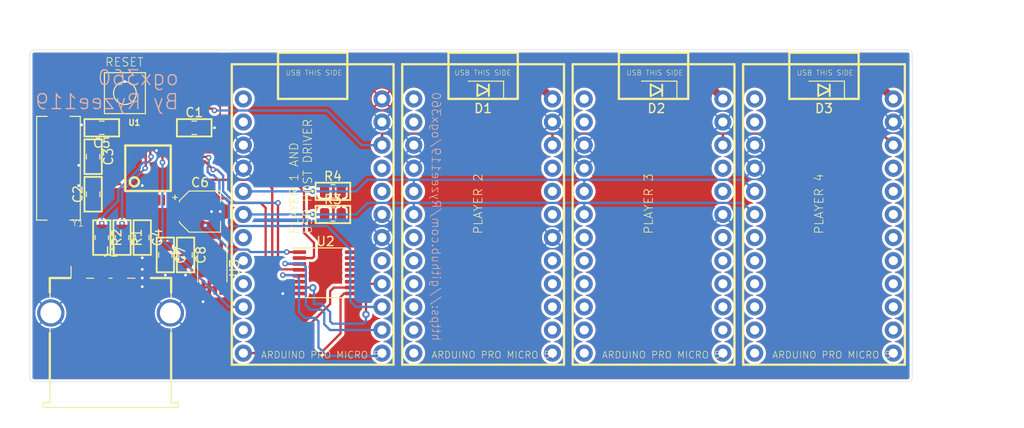
<source format=kicad_pcb>
(kicad_pcb (version 20211014) (generator pcbnew)
  (layers (0 "F.Cu" signal) (31 "B.Cu" signal) (34 "B.Paste" user) (35 "F.Paste" user) (36 "B.SilkS" user "B.Silkscreen") (37 "F.SilkS" user "F.Silkscreen") (38 "B.Mask" user) (39 "F.Mask" user) (44 "Edge.Cuts" user))
  (net 0 "")
  (net 1 "+3V3")
  (net 2 "GND")
  (net 3 "/VBCOMP")
  (net 4 "Net-(C2-Pad1)")
  (net 5 "Net-(C3-Pad1)")
  (net 6 "+5V")
  (net 7 "Net-(R1-Pad1)")
  (net 8 "Net-(R2-Pad1)")
  (net 9 "/I2C_SCL")
  (net 10 "/I2C_SDA")
  (net 11 "/RESET")
  (net 12 "/MAX_MOSI")
  (net 13 "/MAX_SS")
  (net 14 "/MAX_SCK")
  (net 15 "/MAX_MISO")
  (net 25 "/MAX_RES")
  (net 27 "/MAX_INT")
  (net 35 "/AT_MOSI")
  (net 36 "/AT_SS")
  (net 37 "/AT_SCK")
  (net 38 "/AT_RES")
  (net 102 "Net-(J1-Pad2)")
  (net 103 "Net-(J1-Pad3)")
  (net 104 "Net-(D1-Pad1)")
  (net 105 "Net-(D2-Pad1)")
  (net 106 "Net-(D3-Pad1)")
  (footprint "Capacitor_SMD:CP_Elec_4x5.3" (layer "F.Cu") (at 117.7161 104.2737)
    (fp_text reference "C6")
    (fp_text value "10u")
  )
  (footprint "SnapEDA:TQFP32-5MM" (layer "F.Cu") (at 112.0011 99.5112 90)
    (fp_text reference "U1")
    (fp_text value "MAX3421ETQFP32-5MM")
  )
  (footprint "Resistor_SMD:R_0805_2012Metric" (layer "F.Cu") (at 132.3211 104.5912)
    (fp_text reference "R3")
    (fp_text value "2k")
  )
  (footprint "Diode_SMD:D_SOD-123" (layer "F.Cu") (at 167.8811 90.9387 180)
    (fp_text reference "D2")
    (fp_text value "PMEG3005EH,115")
  )
  (footprint "ogx360:ARDUINO_LEONARDO_MICRO" (layer "F.Cu") (at 177.4061 121.1012)
    (fp_text reference "U7" hide)
    (fp_text value "ARDUINO_LEONARDO_MICRO" hide)
  )
  (footprint "Capacitor_SMD:C_0805_2012Metric" (layer "F.Cu") (at 105.9686 102.3687 90)
    (fp_text reference "C2")
    (fp_text value "16p")
  )
  (footprint "Connector_USB:USB_A_TE_292303-7_Horizontal" (layer "F.Cu") (at 107.889 118.1166)
    (fp_text reference "J1")
    (fp_text value "USB_A_SMT_FEMALE_NS")
  )
  (footprint "Capacitor_SMD:C_0805_2012Metric" (layer "F.Cu") (at 106.9211 95.0662 180)
    (fp_text reference "C5")
    (fp_text value "100n")
  )
  (footprint "Resistor_SMD:R_0805_2012Metric" (layer "F.Cu") (at 132.3211 102.0512)
    (fp_text reference "R4")
    (fp_text value "2k")
  )
  (footprint "Package_SO:MSOP-8_3x3mm_P0.65mm" (layer "F.Cu") (at 119.065 110.4966 -90)
    (fp_text reference "U3")
    (fp_text value "MIC5219-3.3YMM" hide)
  )
  (footprint "Diode_SMD:D_SOD-123" (layer "F.Cu") (at 186.2961 90.9387 180)
    (fp_text reference "D3")
    (fp_text value "PMEG3005EH,115")
  )
  (footprint "Capacitor_SMD:C_0805_2012Metric" (layer "F.Cu") (at 105.9686 98.2412 -90)
    (fp_text reference "C3")
    (fp_text value "16p")
  )
  (footprint "Capacitor_SMD:C_0805_2012Metric" (layer "F.Cu") (at 116.1286 109.0362 -90)
    (fp_text reference "C8")
    (fp_text value "100n")
  )
  (footprint "Capacitor_SMD:C_0805_2012Metric" (layer "F.Cu") (at 113.9061 109.0362 -90)
    (fp_text reference "C7")
    (fp_text value "100n")
  )
  (footprint "Capacitor_SMD:C_0805_2012Metric" (layer "F.Cu") (at 111.3661 107.1312 -90)
    (fp_text reference "C4")
    (fp_text value "100n")
  )
  (footprint "ogx360:TL3305AF160QG" (layer "F.Cu") (at 109.4611 91.2562)
    (fp_text reference "SW1" hide)
    (fp_text value "TL3305AF160QG")
  )
  (footprint "ogx360:ARDUINO_LEONARDO_MICRO" (layer "F.Cu") (at 139.9411 121.1012)
    (fp_text reference "U5" hide)
    (fp_text value "ARDUINO_LEONARDO_MICRO" hide)
  )
  (footprint "Resistor_SMD:R_0805_2012Metric" (layer "F.Cu") (at 109.1436 107.1312 -90)
    (fp_text reference "R1")
    (fp_text value "33R")
  )
  (footprint "ogx360:ARDUINO_LEONARDO_MICRO" (layer "F.Cu") (at 158.6736 121.1012)
    (fp_text reference "U6" hide)
    (fp_text value "ARDUINO_LEONARDO_MICRO" hide)
  )
  (footprint "Diode_SMD:D_SOD-123" (layer "F.Cu") (at 148.8311 90.9387 180)
    (fp_text reference "D1")
    (fp_text value "PMEG3005EH,115")
  )
  (footprint "ogx360:XTAL_ECS-250-18-5PX-JEM-TR" (layer "F.Cu") (at 102.1586 99.5112 90)
    (fp_text reference "Y1")
    (fp_text value "12MHz")
  )
  (footprint "Package_SO:TSSOP-16_4.4x5mm_P0.65mm" (layer "F.Cu") (at 131.511 111.0046)
    (fp_text reference "U2")
    (fp_text value "74HC4050PW,118")
  )
  (footprint "ogx360:ARDUINO_LEONARDO_MICRO" (layer "F.Cu") (at 121.2086 121.1012)
    (fp_text reference "U4" hide)
    (fp_text value "ARDUINO_LEONARDO_MICRO" hide)
  )
  (footprint "Capacitor_SMD:C_0805_2012Metric" (layer "F.Cu") (at 117.0811 95.0662)
    (fp_text reference "C1")
    (fp_text value "100n")
  )
  (footprint "Resistor_SMD:R_0805_2012Metric" (layer "F.Cu") (at 106.9211 107.1312 -90)
    (fp_text reference "R2")
    (fp_text value "33R")
  )
  (gr_line (start 185.6611 91.5737) (end 186.9311 90.9387) (layer "F.SilkS") (width 0.2))
  (gr_line (start 105.0161 94.1137) (end 108.8261 94.1137) (layer "F.SilkS") (width 0.2))
  (gr_line (start 118.9861 96.0187) (end 115.1761 96.0187) (layer "F.SilkS") (width 0.2))
  (gr_line (start 118.9861 94.1137) (end 118.9861 96.0187) (layer "F.SilkS") (width 0.2))
  (gr_line (start 106.9211 96.3362) (end 106.9211 100.1462) (layer "F.SilkS") (width 0.2))
  (gr_line (start 112.9536 110.9412) (end 112.9536 107.1312) (layer "F.SilkS") (width 0.2))
  (gr_line (start 105.9686 105.2262) (end 107.8736 105.2262) (layer "F.SilkS") (width 0.2))
  (gr_line (start 149.4661 90.9387) (end 148.1961 90.3037) (layer "F.SilkS") (width 0.2))
  (gr_line (start 108.8261 94.1137) (end 108.8261 96.0187) (layer "F.SilkS") (width 0.2))
  (gr_line (start 112.9536 107.1312) (end 114.8586 107.1312) (layer "F.SilkS") (width 0.2))
  (gr_line (start 110.4136 105.2262) (end 112.3186 105.2262) (layer "F.SilkS") (width 0.2))
  (gr_line (start 130.4161 103.0037) (end 130.4161 101.0987) (layer "F.SilkS") (width 0.2))
  (gr_line (start 106.9211 100.4637) (end 106.9211 104.2737) (layer "F.SilkS") (width 0.2))
  (gr_line (start 114.8586 107.1312) (end 114.8586 110.9412) (layer "F.SilkS") (width 0.2))
  (gr_line (start 168.5161 90.9387) (end 167.2461 90.3037) (layer "F.SilkS") (width 0.2))
  (gr_line (start 149.4661 90.3037) (end 149.4661 91.5737) (layer "F.SilkS") (width 0.2))
  (gr_line (start 110.0961 109.0362) (end 108.1911 109.0362) (layer "F.SilkS") (width 0.2))
  (gr_line (start 105.0161 100.1462) (end 105.0161 96.3362) (layer "F.SilkS") (width 0.2))
  (gr_line (start 101.2061 113.1637) (end 101.2061 111.5762) (layer "F.SilkS") (width 0.254))
  (gr_line (start 112.3186 105.2262) (end 112.3186 109.0362) (layer "F.SilkS") (width 0.2))
  (gr_line (start 112.3186 109.0362) (end 110.4136 109.0362) (layer "F.SilkS") (width 0.2))
  (gr_line (start 117.0811 107.1312) (end 117.0811 110.9412) (layer "F.SilkS") (width 0.2))
  (gr_line (start 115.1761 94.1137) (end 118.9861 94.1137) (layer "F.SilkS") (width 0.2))
  (gr_line (start 107.8736 109.0362) (end 105.9686 109.0362) (layer "F.SilkS") (width 0.2))
  (gr_line (start 105.9686 109.0362) (end 105.9686 105.2262) (layer "F.SilkS") (width 0.2))
  (gr_line (start 130.4161 101.0987) (end 134.2261 101.0987) (layer "F.SilkS") (width 0.2))
  (gr_line (start 114.5411 122.6887) (end 114.5411 117.6087) (layer "F.SilkS") (width 0.254))
  (gr_line (start 105.0161 96.0187) (end 105.0161 94.1137) (layer "F.SilkS") (width 0.2))
  (gr_line (start 167.2461 91.5737) (end 168.5161 90.9387) (layer "F.SilkS") (width 0.2))
  (gr_line (start 185.6611 90.3037) (end 185.6611 91.5737) (layer "F.SilkS") (width 0.2))
  (gr_line (start 186.9311 90.9387) (end 185.6611 90.3037) (layer "F.SilkS") (width 0.2))
  (gr_line (start 134.2261 101.0987) (end 134.2261 103.0037) (layer "F.SilkS") (width 0.2))
  (gr_line (start 105.0161 100.4637) (end 106.9211 100.4637) (layer "F.SilkS") (width 0.2))
  (gr_line (start 148.1961 90.3037) (end 148.1961 91.5737) (layer "F.SilkS") (width 0.2))
  (gr_line (start 134.2261 105.5437) (end 130.4161 105.5437) (layer "F.SilkS") (width 0.2))
  (gr_line (start 110.4136 109.0362) (end 110.4136 105.2262) (layer "F.SilkS") (width 0.2))
  (gr_line (start 106.9211 100.1462) (end 105.0161 100.1462) (layer "F.SilkS") (width 0.2))
  (gr_line (start 110.0961 105.2262) (end 110.0961 109.0362) (layer "F.SilkS") (width 0.2))
  (gr_line (start 115.1761 107.1312) (end 117.0811 107.1312) (layer "F.SilkS") (width 0.2))
  (gr_line (start 168.5161 90.3037) (end 168.5161 91.5737) (layer "F.SilkS") (width 0.2))
  (gr_line (start 108.8261 96.0187) (end 105.0161 96.0187) (layer "F.SilkS") (width 0.2))
  (gr_line (start 114.5411 111.5762) (end 114.5411 113.1637) (layer "F.SilkS") (width 0.254))
  (gr_line (start 114.8586 110.9412) (end 112.9536 110.9412) (layer "F.SilkS") (width 0.2))
  (gr_line (start 134.2261 103.0037) (end 130.4161 103.0037) (layer "F.SilkS") (width 0.2))
  (gr_line (start 101.2061 111.5762) (end 103.4286 111.5762) (layer "F.SilkS") (width 0.254))
  (gr_line (start 130.4161 105.5437) (end 130.4161 103.6387) (layer "F.SilkS") (width 0.2))
  (gr_line (start 108.1911 105.2262) (end 110.0961 105.2262) (layer "F.SilkS") (width 0.2))
  (gr_line (start 101.2061 122.6887) (end 101.2061 117.6087) (layer "F.SilkS") (width 0.254))
  (gr_line (start 115.1761 110.9412) (end 115.1761 107.1312) (layer "F.SilkS") (width 0.2))
  (gr_line (start 105.0161 96.3362) (end 106.9211 96.3362) (layer "F.SilkS") (width 0.2))
  (gr_line (start 107.8736 105.2262) (end 107.8736 109.0362) (layer "F.SilkS") (width 0.2))
  (gr_line (start 130.4161 103.6387) (end 134.2261 103.6387) (layer "F.SilkS") (width 0.2))
  (gr_line (start 186.9311 90.3037) (end 186.9311 91.5737) (layer "F.SilkS") (width 0.2))
  (gr_line (start 108.1911 109.0362) (end 108.1911 105.2262) (layer "F.SilkS") (width 0.2))
  (gr_line (start 115.1761 96.0187) (end 115.1761 94.1137) (layer "F.SilkS") (width 0.2))
  (gr_line (start 148.1961 91.5737) (end 149.4661 90.9387) (layer "F.SilkS") (width 0.2))
  (gr_line (start 117.0811 110.9412) (end 115.1761 110.9412) (layer "F.SilkS") (width 0.2))
  (gr_line (start 112.3186 111.5762) (end 114.5411 111.5762) (layer "F.SilkS") (width 0.254))
  (gr_line (start 167.2461 90.3037) (end 167.2461 91.5737) (layer "F.SilkS") (width 0.2))
  (gr_line (start 106.9211 104.2737) (end 105.0161 104.2737) (layer "F.SilkS") (width 0.2))
  (gr_line (start 105.0161 104.2737) (end 105.0161 100.4637) (layer "F.SilkS") (width 0.2))
  (gr_line (start 134.2261 103.6387) (end 134.2261 105.5437) (layer "F.SilkS") (width 0.2))
  (gr_line (start 195.5 123) (end 99.5 123) (layer "Edge.Cuts") (width 0.05))
  (gr_line (start 99.5 86.5) (end 195.5 86.5) (layer "Edge.Cuts") (width 0.05))
  (gr_arc (start 99.5 123) (mid 99.146447 122.853553) (end 99 122.5) (layer "Edge.Cuts") (width 0.05))
  (gr_line (start 196 87) (end 196 122.5) (layer "Edge.Cuts") (width 0.05))
  (gr_line (start 99 122.5) (end 99 87) (layer "Edge.Cuts") (width 0.05))
  (gr_arc (start 196 122.5) (mid 195.853553 122.853553) (end 195.5 123) (layer "Edge.Cuts") (width 0.05))
  (gr_arc (start 99 87) (mid 99.146447 86.646447) (end 99.5 86.5) (layer "Edge.Cuts") (width 0.05))
  (gr_arc (start 195.5 86.5) (mid 195.853553 86.646447) (end 196 87) (layer "Edge.Cuts") (width 0.05))
  (gr_text "ogx360\nBy Ryzee119" (at 115.4936 93.1612) (layer "B.SilkS") (effects (font (size 1.63576 1.63576) (thickness 0.14224)) (justify left bottom mirror)))
  (gr_text "https://github.com/Ryzee119/ogx360" (at 143.1161 118.5612 -90) (layer "B.SilkS") (effects (font (size 0.93472 0.93472) (thickness 0.08128)) (justify left bottom mirror)))
  (gr_text "USB THIS SIDE" (at 183.27985 89.3512) (layer "F.SilkS") (effects (font (size 0.560832 0.560832) (thickness 0.048768)) (justify left bottom)))
  (gr_text "PLAYER 3" (at 167.5636 106.8137 90) (layer "F.SilkS") (effects (font (size 0.93472 0.93472) (thickness 0.08128)) (justify left bottom)))
  (gr_text "PLAYER 4" (at 186.2961 106.8137 90) (layer "F.SilkS") (effects (font (size 0.93472 0.93472) (thickness 0.08128)) (justify left bottom)))
  (gr_text "USB THIS SIDE" (at 127.08235 89.3512) (layer "F.SilkS") (effects (font (size 0.560832 0.560832) (thickness 0.048768)) (justify left bottom)))
  (gr_text "PLAYER 2" (at 148.8311 106.8137 90) (layer "F.SilkS") (effects (font (size 0.93472 0.93472) (thickness 0.08128)) (justify left bottom)))
  (gr_text "RESET" (at 107.2386 88.3987) (layer "F.SilkS") (effects (font (size 0.93472 0.93472) (thickness 0.08128)) (justify left bottom)))
  (gr_text "USB THIS SIDE" (at 164.54735 89.3512) (layer "F.SilkS") (effects (font (size 0.560832 0.560832) (thickness 0.048768)) (justify left bottom)))
  (gr_text "PLAYER 1 AND\nUSB HOST DRIVER" (at 130.0986 106.8137 90) (layer "F.SilkS") (effects (font (size 0.93472 0.93472) (thickness 0.08128)) (justify left bottom)))
  (gr_text "USB THIS SIDE" (at 145.6561 89.3512) (layer "F.SilkS") (effects (font (size 0.560832 0.560832) (thickness 0.048768)) (justify left bottom)))
  (segment (start 110.7511 103.007) (end 110.7511 104.2937) (width 0.254) (layer "F.Cu") (net 1))
  (segment (start 109.1436 94.7487) (end 109.1436 95.0662) (width 0.254) (layer "F.Cu") (net 1))
  (segment (start 110.7511 104.2937) (end 111.3661 104.9087) (width 0.254) (layer "F.Cu") (net 1))
  (segment (start 109.7786 94.1137) (end 109.1436 94.7487) (width 0.254) (layer "F.Cu") (net 1))
  (segment (start 109.1436 95.0662) (end 107.8711 95.0662) (width 0.254) (layer "F.Cu") (net 1))
  (segment (start 128.6485 108.7296) (end 127.252 108.7296) (width 0.25) (layer "F.Cu") (net 1))
  (segment (start 110.7311 95.9954) (end 110.7311 94.1137) (width 0.254) (layer "F.Cu") (net 1))
  (segment (start 110.7511 96.0154) (end 110.7311 95.9954) (width 0.254) (layer "F.Cu") (net 1))
  (segment (start 111.3661 104.9087) (end 111.3661 106.1812) (width 0.254) (layer "F.Cu") (net 1))
  (segment (start 110.7511 96.0154) (end 110.7511 103.007) (width 0.254) (layer "F.Cu") (net 1))
  (segment (start 127.252 108.7296) (end 127.2411 108.7187) (width 0.25) (layer "F.Cu") (net 1))
  (segment (start 110.7311 94.1137) (end 109.7786 94.1137) (width 0.254) (layer "F.Cu") (net 1))
  (via (at 118.303 105.7976) (size 0.6096) (drill 0.3048) (layers "F.Cu" "B.Cu") (net 1))
  (via (at 127.2411 108.7187) (size 0.6096) (drill 0.3048) (layers "F.Cu" "B.Cu") (net 1))
  (segment (start 120.9572 108.4518) (end 122.983693 108.4518) (width 0.254) (layer "B.Cu") (net 1))
  (segment (start 122.983693 108.4518) (end 123.250593 108.7187) (width 0.254) (layer "B.Cu") (net 1))
  (segment (start 118.303 105.7976) (end 120.9572 108.4518) (width 0.254) (layer "B.Cu") (net 1))
  (segment (start 123.250593 108.7187) (end 127.2411 108.7187) (width 0.254) (layer "B.Cu") (net 1))
  (segment (start 118.09 112.6091) (end 118.09 114.1386) (width 0.25) (layer "F.Cu") (net 2))
  (segment (start 118.0311 95.0662) (end 119.3036 95.0662) (width 0.254) (layer "F.Cu") (net 2))
  (segment (start 126.812 113.2906) (end 128.6375 113.2906) (width 0.25) (layer "F.Cu") (net 2))
  (segment (start 105.8611 89.5562) (end 109.0311 89.5562) (width 0.254) (layer "F.Cu") (net 2))
  (segment (start 105.9686 99.1912) (end 104.3836 99.1912) (width 0.254) (layer "F.Cu") (net 2))
  (segment (start 105.9711 95.0662) (end 105.0161 95.0662) (width 0.254) (layer "F.Cu") (net 2))
  (segment (start 118.74 112.6091) (end 118.09 112.6091) (width 0.25) (layer "F.Cu") (net 2))
  (segment (start 111.2511 103.007) (end 111.2511 101.5312) (width 0.254) (layer "F.Cu") (net 2))
  (segment (start 109.8911 89.5562) (end 113.0611 89.5562) (width 0.254) (layer "F.Cu") (net 2))
  (segment (start 109.4611 89.9862) (end 109.8911 89.5562) (width 0.254) (layer "F.Cu") (net 2))
  (segment (start 112.7511 97.392009) (end 112.7511 96.0154) (width 0.254) (layer "F.Cu") (net 2))
  (segment (start 111.3661 108.0812) (end 111.3661 109.3537) (width 0.254) (layer "F.Cu") (net 2))
  (segment (start 120.04 112.6091) (end 119.39 112.6091) (width 0.25) (layer "F.Cu") (net 2))
  (segment (start 118.09 114.1386) (end 118.049 114.1796) (width 0.25) (layer "F.Cu") (net 2))
  (segment (start 109.0311 89.5562) (end 109.4611 89.9862) (width 0.254) (layer "F.Cu") (net 2))
  (segment (start 105.9686 101.4187) (end 104.3836 101.4187) (width 0.254) (layer "F.Cu") (net 2))
  (segment (start 113.9061 109.9862) (end 113.9061 111.2587) (width 0.254) (layer "F.Cu") (net 2))
  (segment (start 105.0161 95.0662) (end 104.6986 94.7487) (width 0.254) (layer "F.Cu") (net 2))
  (segment (start 116.1286 109.9862) (end 116.1286 111.2587) (width 0.254) (layer "F.Cu") (net 2))
  (segment (start 112.928226 97.569135) (end 112.7511 97.392009) (width 0.254) (layer "F.Cu") (net 2))
  (segment (start 104.3836 99.1912) (end 104.3811 99.1937) (width 0.254) (layer "F.Cu") (net 2))
  (segment (start 119.39 112.6091) (end 118.74 112.6091) (width 0.25) (layer "F.Cu") (net 2))
  (segment (start 111.2511 101.5312) (end 111.3661 101.4162) (width 0.254) (layer "F.Cu") (net 2))
  (segment (start 104.3836 101.4187) (end 104.3811 101.4162) (width 0.254) (layer "F.Cu") (net 2))
  (via (at 111.3661 110.6237) (size 0.6096) (drill 0.3048) (layers "F.Cu" "B.Cu") (net 2))
  (via (at 119.9386 104.2737) (size 0.6096) (drill 0.3048) (layers "F.Cu" "B.Cu") (net 2))
  (via (at 112.928226 97.569135) (size 0.6096) (drill 0.3048) (layers "F.Cu" "B.Cu") (net 2))
  (via (at 126.812 113.2906) (size 0.6096) (drill 0.3048) (layers "F.Cu" "B.Cu") (net 2))
  (via (at 116.1286 111.2587) (size 0.6096) (drill 0.3048) (layers "F.Cu" "B.Cu") (net 2))
  (via (at 113.9061 111.2587) (size 0.6096) (drill 0.3048) (layers "F.Cu" "B.Cu") (net 2))
  (via (at 119.3036 95.0662) (size 0.6096) (drill 0.3048) (layers "F.Cu" "B.Cu") (net 2))
  (via (at 104.3811 99.1937) (size 0.6096) (drill 0.3048) (layers "F.Cu" "B.Cu") (net 2))
  (via (at 109.4611 89.9862) (size 0.6096) (drill 0.3048) (layers "F.Cu" "B.Cu") (net 2))
  (via (at 118.9861 104.2737) (size 0.6096) (drill 0.3048) (layers "F.Cu" "B.Cu") (net 2))
  (via (at 118.049 114.1796) (size 0.6096) (drill 0.3048) (layers "F.Cu" "B.Cu") (net 2))
  (via (at 104.3811 101.4162) (size 0.6096) (drill 0.3048) (layers "F.Cu" "B.Cu") (net 2))
  (via (at 104.6986 94.7487) (size 0.6096) (drill 0.3048) (layers "F.Cu" "B.Cu") (net 2))
  (via (at 111.3661 112.5287) (size 0.6096) (drill 0.3048) (layers "F.Cu" "B.Cu") (net 2))
  (via (at 111.3661 109.3537) (size 0.6096) (drill 0.3048) (layers "F.Cu" "B.Cu") (net 2))
  (via (at 111.3661 101.4162) (size 0.6096) (drill 0.3048) (layers "F.Cu" "B.Cu") (net 2))
  (via (at 111.3661 111.5762) (size 0.6096) (drill 0.3048) (layers "F.Cu" "B.Cu") (net 2))
  (segment (start 111.3661 94.4312) (end 114.5411 94.4312) (width 0.254) (layer "F.Cu") (net 3))
  (segment (start 114.5411 94.4312) (end 115.1761 95.0662) (width 0.254) (layer "F.Cu") (net 3))
  (segment (start 115.1761 95.0662) (end 116.1311 95.0662) (width 0.254) (layer "F.Cu") (net 3))
  (segment (start 111.2511 96.0154) (end 111.2511 94.5462) (width 0.254) (layer "F.Cu") (net 3))
  (segment (start 111.2511 94.5462) (end 111.3661 94.4312) (width 0.254) (layer "F.Cu") (net 3))
  (segment (start 107.4011 97.7612) (end 108.5053 97.7612) (width 0.254) (layer "F.Cu") (net 4))
  (segment (start 106.998 102.2893) (end 106.998 98.1643) (width 0.254) (layer "F.Cu") (net 4))
  (segment (start 104.3836 103.3187) (end 105.9686 103.3187) (width 0.254) (layer "F.Cu") (net 4))
  (segment (start 106.998 98.1643) (end 107.4011 97.7612) (width 0.254) (layer "F.Cu") (net 4))
  (segment (start 103.4411 104.2612) (end 104.3836 103.3187) (width 0.254) (layer "F.Cu") (net 4))
  (segment (start 105.9686 103.3187) (end 106.998 102.2893) (width 0.254) (layer "F.Cu") (net 4))
  (segment (start 102.1586 104.2612) (end 103.4411 104.2612) (width 0.254) (layer "F.Cu") (net 4))
  (segment (start 109.1436 96.6537) (end 109.7819 96.0154) (width 0.254) (layer "F.Cu") (net 5))
  (segment (start 109.7819 96.0154) (end 110.2511 96.0154) (width 0.254) (layer "F.Cu") (net 5))
  (segment (start 104.6886 97.2912) (end 102.1586 94.7612) (width 0.254) (layer "F.Cu") (net 5))
  (segment (start 105.9686 97.2912) (end 104.6886 97.2912) (width 0.254) (layer "F.Cu") (net 5))
  (segment (start 105.9686 97.2912) (end 106.6061 96.6537) (width 0.254) (layer "F.Cu") (net 5))
  (segment (start 106.6061 96.6537) (end 109.1436 96.6537) (width 0.254) (layer "F.Cu") (net 5))
  (segment (start 111.7511 99.4437) (end 111.6836 99.5112) (width 0.254) (layer "F.Cu") (net 7))
  (segment (start 111.7511 96.0154) (end 111.7511 99.4437) (width 0.254) (layer "F.Cu") (net 7))
  (segment (start 109.1436 106.1812) (end 109.1436 105.5437) (width 0.254) (layer "F.Cu") (net 7))
  (via (at 111.6836 99.5112) (size 0.6096) (drill 0.3048) (layers "F.Cu" "B.Cu") (net 7))
  (via (at 109.1436 105.5437) (size 0.6096) (drill 0.3048) (layers "F.Cu" "B.Cu") (net 7))
  (segment (start 109.1436 105.5437) (end 109.1436 102.0512) (width 0.254) (layer "B.Cu") (net 7))
  (segment (start 109.1436 102.0512) (end 111.6836 99.5112) (width 0.254) (layer "B.Cu") (net 7))
  (segment (start 112.2511 98.157) (end 112.3353 98.2412) (width 0.254) (layer "F.Cu") (net 8))
  (segment (start 112.2511 96.0154) (end 112.2511 98.157) (width 0.254) (layer "F.Cu") (net 8))
  (segment (start 106.9211 106.1812) (end 106.9211 105.5437) (width 0.254) (layer "F.Cu") (net 8))
  (via (at 112.3353 98.2412) (size 0.6096) (drill 0.3048) (layers "F.Cu" "B.Cu") (net 8))
  (via (at 106.9211 105.5437) (size 0.6096) (drill 0.3048) (layers "F.Cu" "B.Cu") (net 8))
  (segment (start 112.3353 98.542) (end 112.3353 98.2412) (width 0.254) (layer "B.Cu") (net 8))
  (segment (start 106.9211 105.5437) (end 106.9211 104.9087) (width 0.254) (layer "B.Cu") (net 8))
  (segment (start 108.7372 103.0926) (end 108.7372 101.882863) (width 0.254) (layer "B.Cu") (net 8))
  (segment (start 106.9211 104.9087) (end 108.7372 103.0926) (width 0.254) (layer "B.Cu") (net 8))
  (segment (start 111.0994 99.269213) (end 111.492412 98.8762) (width 0.254) (layer "B.Cu") (net 8))
  (segment (start 111.0994 99.520663) (end 111.0994 99.269213) (width 0.254) (layer "B.Cu") (net 8))
  (segment (start 112.0011 98.8762) (end 112.3353 98.542) (width 0.254) (layer "B.Cu") (net 8))
  (segment (start 111.492412 98.8762) (end 112.0011 98.8762) (width 0.254) (layer "B.Cu") (net 8))
  (segment (start 108.7372 101.882863) (end 111.0994 99.520663) (width 0.254) (layer "B.Cu") (net 8))
  (segment (start 131.3711 104.5912) (end 130.0986 104.5912) (width 0.254) (layer "F.Cu") (net 9))
  (via (at 130.0986 104.5912) (size 0.6096) (drill 0.3048) (layers "F.Cu" "B.Cu") (net 9))
  (segment (start 177.4061 103.3212) (end 178.6761 104.5912) (width 0.254) (layer "B.Cu") (net 9))
  (segment (start 130.0986 104.5912) (end 134.8611 104.5912) (width 0.254) (layer "B.Cu") (net 9))
  (segment (start 159.9436 103.3212) (end 177.4061 103.3212) (width 0.254) (layer "B.Cu") (net 9))
  (segment (start 141.2111 103.3212) (end 159.9436 103.3212) (width 0.254) (layer "B.Cu") (net 9))
  (segment (start 134.8611 104.5912) (end 136.1311 103.3212) (width 0.254) (layer "B.Cu") (net 9))
  (segment (start 159.9436 104.5912) (end 159.9436 103.3212) (width 0.254) (layer "B.Cu") (net 9))
  (segment (start 136.1311 103.3212) (end 141.2111 103.3212) (width 0.254) (layer "B.Cu") (net 9))
  (segment (start 122.4786 104.5912) (end 130.0986 104.5912) (width 0.254) (layer "B.Cu") (net 9))
  (segment (start 141.2111 104.5912) (end 141.2111 103.3212) (width 0.254) (layer "B.Cu") (net 9))
  (segment (start 131.3711 102.0512) (end 130.0986 102.0512) (width 0.254) (layer "F.Cu") (net 10))
  (via (at 130.0986 102.0512) (size 0.6096) (drill 0.3048) (layers "F.Cu" "B.Cu") (net 10))
  (segment (start 177.4061 100.7812) (end 178.6761 102.0512) (width 0.254) (layer "B.Cu") (net 10))
  (segment (start 122.4786 102.0512) (end 130.0986 102.0512) (width 0.254) (layer "B.Cu") (net 10))
  (segment (start 141.2111 100.7812) (end 159.9436 100.7812) (width 0.254) (layer "B.Cu") (net 10))
  (segment (start 159.9436 100.7812) (end 177.4061 100.7812) (width 0.254) (layer "B.Cu") (net 10))
  (segment (start 141.2111 102.0512) (end 141.2111 100.7812) (width 0.254) (layer "B.Cu") (net 10))
  (segment (start 136.1311 100.7812) (end 141.2111 100.7812) (width 0.254) (layer "B.Cu") (net 10))
  (segment (start 134.8611 102.0512) (end 136.1311 100.7812) (width 0.254) (layer "B.Cu") (net 10))
  (segment (start 130.0986 102.0512) (end 134.8611 102.0512) (width 0.254) (layer "B.Cu") (net 10))
  (segment (start 159.9436 102.0512) (end 159.9436 100.7812) (width 0.254) (layer "B.Cu") (net 10))
  (segment (start 137.7186 96.9712) (end 137.7186 95.7012) (width 0.254) (layer "F.Cu") (net 11))
  (segment (start 119.0986 92.9562) (end 119.3036 93.1612) (width 0.254) (layer "F.Cu") (net 11))
  (segment (start 113.0611 92.9562) (end 119.0986 92.9562) (width 0.254) (layer "F.Cu") (net 11))
  (segment (start 137.7186 95.7012) (end 156.4511 95.7012) (width 0.254) (layer "F.Cu") (net 11))
  (segment (start 175.1836 95.7012) (end 192.6461 95.7012) (width 0.254) (layer "F.Cu") (net 11))
  (segment (start 175.1836 96.9712) (end 175.1836 95.7012) (width 0.254) (layer "F.Cu") (net 11))
  (segment (start 156.4511 96.9712) (end 156.4511 95.7012) (width 0.254) (layer "F.Cu") (net 11))
  (segment (start 105.8611 92.9562) (end 113.0611 92.9562) (width 0.254) (layer "F.Cu") (net 11))
  (segment (start 156.4511 95.7012) (end 175.1836 95.7012) (width 0.254) (layer "F.Cu") (net 11))
  (segment (start 192.6461 95.7012) (end 193.9161 96.9712) (width 0.254) (layer "F.Cu") (net 11))
  (via (at 119.3036 93.1612) (size 0.6096) (drill 0.3048) (layers "F.Cu" "B.Cu") (net 11))
  (segment (start 119.3036 93.1612) (end 131.6861 93.1612) (width 0.254) (layer "B.Cu") (net 11))
  (segment (start 135.4961 96.9712) (end 137.7186 96.9712) (width 0.254) (layer "B.Cu") (net 11))
  (segment (start 131.6861 93.1612) (end 135.4961 96.9712) (width 0.254) (layer "B.Cu") (net 11))
  (segment (start 130.088 109.3796) (end 128.6485 109.3796) (width 0.254) (layer "F.Cu") (net 12))
  (segment (start 115.4969 97.7612) (end 119.0972 97.7612) (width 0.254) (layer "F.Cu") (net 12))
  (segment (start 130.241 109.2266) (end 130.088 109.3796) (width 0.254) (layer "F.Cu") (net 12))
  (segment (start 130.241 107.7026) (end 130.241 109.2266) (width 0.254) (layer "F.Cu") (net 12))
  (segment (start 125.3361 98.2412) (end 129.1461 102.0512) (width 0.254) (layer "F.Cu") (net 12))
  (segment (start 119.5772 98.2412) (end 125.3361 98.2412) (width 0.254) (layer "F.Cu") (net 12))
  (segment (start 119.0972 97.7612) (end 119.5772 98.2412) (width 0.254) (layer "F.Cu") (net 12))
  (segment (start 129.1461 102.0512) (end 129.1461 106.6077) (width 0.254) (layer "F.Cu") (net 12))
  (segment (start 129.1461 106.6077) (end 130.241 107.7026) (width 0.254) (layer "F.Cu") (net 12))
  (segment (start 118.258212 98.7612) (end 119.155906 99.658894) (width 0.254) (layer "F.Cu") (net 13))
  (segment (start 126.2886 110.3542) (end 126.558 110.6236) (width 0.254) (layer "F.Cu") (net 13))
  (segment (start 126.2886 103.3212) (end 126.2886 110.3542) (width 0.254) (layer "F.Cu") (net 13))
  (segment (start 126.558 110.6236) (end 128.5925 110.6236) (width 0.254) (layer "F.Cu") (net 13))
  (segment (start 115.4969 98.7612) (end 118.258212 98.7612) (width 0.254) (layer "F.Cu") (net 13))
  (via (at 119.155906 99.658894) (size 0.6096) (drill 0.3048) (layers "F.Cu" "B.Cu") (net 13))
  (via (at 126.2886 103.3212) (size 0.6096) (drill 0.3048) (layers "F.Cu" "B.Cu") (net 13))
  (segment (start 120.2561 100.3171) (end 120.2561 102.0512) (width 0.254) (layer "B.Cu") (net 13))
  (segment (start 119.597894 99.658894) (end 120.2561 100.3171) (width 0.254) (layer "B.Cu") (net 13))
  (segment (start 119.155906 99.658894) (end 119.597894 99.658894) (width 0.254) (layer "B.Cu") (net 13))
  (segment (start 121.5261 103.3212) (end 126.2886 103.3212) (width 0.254) (layer "B.Cu") (net 13))
  (segment (start 120.2561 102.0512) (end 121.5261 103.3212) (width 0.254) (layer "B.Cu") (net 13))
  (segment (start 118.5612 100.7812) (end 117.0412 99.2612) (width 0.254) (layer "F.Cu") (net 14))
  (segment (start 117.0412 99.2612) (end 115.4969 99.2612) (width 0.254) (layer "F.Cu") (net 14))
  (segment (start 128.6485 111.9796) (end 125.9782 111.9796) (width 0.25) (layer "F.Cu") (net 14))
  (segment (start 125.6536 101.7337) (end 124.7011 100.7812) (width 0.254) (layer "F.Cu") (net 14))
  (segment (start 124.7011 100.7812) (end 118.5612 100.7812) (width 0.254) (layer "F.Cu") (net 14))
  (segment (start 125.6536 111.655) (end 125.6536 101.7337) (width 0.254) (layer "F.Cu") (net 14))
  (segment (start 125.9782 111.9796) (end 125.6536 111.655) (width 0.25) (layer "F.Cu") (net 14))
  (segment (start 115.4969 98.2612) (end 118.5844 98.2612) (width 0.254) (layer "F.Cu") (net 15))
  (segment (start 118.5844 98.2612) (end 118.6686 98.3454) (width 0.254) (layer "F.Cu") (net 15))
  (via (at 118.6686 98.3454) (size 0.6096) (drill 0.3048) (layers "F.Cu" "B.Cu") (net 15))
  (segment (start 120.8911 105.5437) (end 121.2086 105.8612) (width 0.254) (layer "B.Cu") (net 15))
  (segment (start 118.904556 100.265694) (end 119.187968 100.265694) (width 0.254) (layer "B.Cu") (net 15))
  (segment (start 119.187968 100.265694) (end 119.8497 100.927425) (width 0.254) (layer "B.Cu") (net 15))
  (segment (start 134.2261 114.1162) (end 134.8611 114.7512) (width 0.254) (layer "B.Cu") (net 15))
  (segment (start 134.2261 108.4012) (end 134.2261 114.1162) (width 0.254) (layer "B.Cu") (net 15))
  (segment (start 118.549106 99.910244) (end 118.904556 100.265694) (width 0.254) (layer "B.Cu") (net 15))
  (segment (start 118.6686 99.28805) (end 118.549106 99.407544) (width 0.254) (layer "B.Cu") (net 15))
  (segment (start 120.8911 103.260938) (end 120.8911 105.5437) (width 0.254) (layer "B.Cu") (net 15))
  (segment (start 118.6686 98.3454) (end 118.6686 99.28805) (width 0.254) (layer "B.Cu") (net 15))
  (segment (start 131.6861 105.8612) (end 134.2261 108.4012) (width 0.254) (layer "B.Cu") (net 15))
  (segment (start 121.2086 105.8612) (end 131.6861 105.8612) (width 0.254) (layer "B.Cu") (net 15))
  (segment (start 134.8611 114.7512) (end 137.7186 114.7512) (width 0.254) (layer "B.Cu") (net 15))
  (segment (start 119.8497 100.927425) (end 119.8497 102.219538) (width 0.254) (layer "B.Cu") (net 15))
  (segment (start 118.549106 99.407544) (end 118.549106 99.910244) (width 0.254) (layer "B.Cu") (net 15))
  (segment (start 119.8497 102.219538) (end 120.8911 103.260938) (width 0.254) (layer "B.Cu") (net 15))
  (segment (start 120.568131 102.8306) (end 121.058731 103.3212) (width 0.254) (layer "F.Cu") (net 25))
  (segment (start 129.098 117.3546) (end 125.415 117.3546) (width 0.25) (layer "F.Cu") (net 25))
  (segment (start 132.019 114.4336) (end 129.098 117.3546) (width 0.25) (layer "F.Cu") (net 25))
  (segment (start 124.9297 103.8673) (end 124.9297 116.8693) (width 0.254) (layer "F.Cu") (net 25))
  (segment (start 115.4969 99.7612) (end 116.863862 99.7612) (width 0.254) (layer "F.Cu") (net 25))
  (segment (start 134.3735 112.6296) (end 132.426 112.6296) (width 0.25) (layer "F.Cu") (net 25))
  (segment (start 125.415 117.3546) (end 124.9297 116.8693) (width 0.25) (layer "F.Cu") (net 25))
  (segment (start 119.933262 102.8306) (end 120.568131 102.8306) (width 0.254) (layer "F.Cu") (net 25))
  (segment (start 124.3836 103.3212) (end 124.9297 103.8673) (width 0.254) (layer "F.Cu") (net 25))
  (segment (start 132.426 112.6296) (end 132.019 113.0366) (width 0.25) (layer "F.Cu") (net 25))
  (segment (start 132.019 113.0366) (end 132.019 114.4336) (width 0.25) (layer "F.Cu") (net 25))
  (segment (start 121.058731 103.3212) (end 124.3836 103.3212) (width 0.254) (layer "F.Cu") (net 25))
  (segment (start 116.863862 99.7612) (end 119.933262 102.8306) (width 0.254) (layer "F.Cu") (net 25))
  (segment (start 113.5886 97.404032) (end 113.5886 98.8762) (width 0.254) (layer "F.Cu") (net 27))
  (segment (start 113.2511 97.066532) (end 113.5886 97.404032) (width 0.254) (layer "F.Cu") (net 27))
  (segment (start 113.2511 96.0154) (end 113.2511 97.066532) (width 0.254) (layer "F.Cu") (net 27))
  (via (at 113.5886 98.8762) (size 0.6096) (drill 0.3048) (layers "F.Cu" "B.Cu") (net 27))
  (segment (start 120.9066 114.7512) (end 122.4786 114.7512) (width 0.254) (layer "B.Cu") (net 27))
  (segment (start 113.5886 98.8762) (end 113.5886 107.4332) (width 0.254) (layer "B.Cu") (net 27))
  (segment (start 113.5886 107.4332) (end 120.9066 114.7512) (width 0.254) (layer "B.Cu") (net 27))
  (segment (start 127.107 110.0296) (end 127.066 109.9886) (width 0.25) (layer "F.Cu") (net 35))
  (segment (start 128.6485 110.0296) (end 127.107 110.0296) (width 0.25) (layer "F.Cu") (net 35))
  (via (at 127.066 109.9886) (size 0.6096) (drill 0.3048) (layers "F.Cu" "B.Cu") (net 35))
  (segment (start 137.7186 117.2912) (end 132.0036 117.2912) (width 0.254) (layer "B.Cu") (net 35))
  (segment (start 131.3686 115.3862) (end 131.051 115.0686) (width 0.254) (layer "B.Cu") (net 35))
  (segment (start 128.971 109.9886) (end 127.066 109.9886) (width 0.254) (layer "B.Cu") (net 35))
  (segment (start 131.3686 116.6562) (end 131.3686 115.3862) (width 0.254) (layer "B.Cu") (net 35))
  (segment (start 131.051 115.0686) (end 129.86 115.0686) (width 0.254) (layer "B.Cu") (net 35))
  (segment (start 129.352 110.3696) (end 128.971 109.9886) (width 0.254) (layer "B.Cu") (net 35))
  (segment (start 129.352 114.5606) (end 129.352 110.3696) (width 0.254) (layer "B.Cu") (net 35))
  (segment (start 132.0036 117.2912) (end 131.3686 116.6562) (width 0.254) (layer "B.Cu") (net 35))
  (segment (start 129.86 115.0686) (end 129.352 114.5606) (width 0.254) (layer "B.Cu") (net 35))
  (segment (start 126.812 111.2586) (end 128.5775 111.2586) (width 0.254) (layer "F.Cu") (net 36))
  (via (at 126.812 111.2586) (size 0.6096) (drill 0.3048) (layers "F.Cu" "B.Cu") (net 36))
  (segment (start 130.3525 115.9576) (end 129.225 115.9576) (width 0.254) (layer "B.Cu") (net 36))
  (segment (start 128.59 111.6396) (end 128.209 111.2586) (width 0.254) (layer "B.Cu") (net 36))
  (segment (start 129.225 115.9576) (end 128.59 115.3226) (width 0.254) (layer "B.Cu") (net 36))
  (segment (start 131.6861 120.1487) (end 130.7336 119.1962) (width 0.254) (layer "B.Cu") (net 36))
  (segment (start 137.4011 120.1487) (end 131.6861 120.1487) (width 0.254) (layer "B.Cu") (net 36))
  (segment (start 130.7336 119.1962) (end 130.7336 116.3387) (width 0.254) (layer "B.Cu") (net 36))
  (segment (start 130.7336 116.3387) (end 130.3525 115.9576) (width 0.254) (layer "B.Cu") (net 36))
  (segment (start 128.59 115.3226) (end 128.59 111.6396) (width 0.254) (layer "B.Cu") (net 36))
  (segment (start 128.209 111.2586) (end 126.812 111.2586) (width 0.254) (layer "B.Cu") (net 36))
  (segment (start 130.088 112.6296) (end 130.114 112.6556) (width 0.25) (layer "F.Cu") (net 37))
  (segment (start 128.6485 112.6296) (end 130.088 112.6296) (width 0.25) (layer "F.Cu") (net 37))
  (segment (start 135.956 112.6556) (end 136.4004 112.2112) (width 0.25) (layer "F.Cu") (net 37))
  (segment (start 136.4004 112.2112) (end 137.7186 112.2112) (width 0.25) (layer "F.Cu") (net 37))
  (segment (start 135.956 115.5766) (end 135.956 112.6556) (width 0.25) (layer "F.Cu") (net 37))
  (via (at 130.114 112.6556) (size 0.8) (drill 0.4) (layers "F.Cu" "B.Cu") (net 37))
  (via (at 135.956 115.5766) (size 0.8) (drill 0.4) (layers "F.Cu" "B.Cu") (net 37))
  (segment (start 135.956 116.3386) (end 135.956 115.5766) (width 0.25) (layer "B.Cu") (net 37))
  (segment (start 132.019 115.3226) (end 132.019 116.3386) (width 0.25) (layer "B.Cu") (net 37))
  (segment (start 132.273 116.5926) (end 135.702 116.5926) (width 0.25) (layer "B.Cu") (net 37))
  (segment (start 130.241 112.7826) (end 130.241 114.4336) (width 0.25) (layer "B.Cu") (net 37))
  (segment (start 130.114 112.6556) (end 130.241 112.7826) (width 0.25) (layer "B.Cu") (net 37))
  (segment (start 135.702 116.5926) (end 135.956 116.3386) (width 0.25) (layer "B.Cu") (net 37))
  (segment (start 131.13 114.4336) (end 132.019 115.3226) (width 0.25) (layer "B.Cu") (net 37))
  (segment (start 130.241 114.4336) (end 131.13 114.4336) (width 0.25) (layer "B.Cu") (net 37))
  (segment (start 132.019 116.3386) (end 132.273 116.5926) (width 0.25) (layer "B.Cu") (net 37))
  (segment (start 130.9902 119.8312) (end 122.4786 119.8312) (width 0.25) (layer "F.Cu") (net 38))
  (segment (start 134.3735 113.2796) (end 133.554 113.2796) (width 0.25) (layer "F.Cu") (net 38))
  (segment (start 133.162 117.6594) (end 130.9902 119.8312) (width 0.25) (layer "F.Cu") (net 38))
  (segment (start 133.554 113.2796) (end 133.162 113.6716) (width 0.25) (layer "F.Cu") (net 38))
  (segment (start 133.162 113.6716) (end 133.162 117.6594) (width 0.25) (layer "F.Cu") (net 38))
  (segment (start 106.8736 111.4917) (end 106.8736 108.1287) (width 0.254) (layer "F.Cu") (net 102))
  (segment (start 108.8736 111.4917) (end 108.8736 108.3512) (width 0.254) (layer "F.Cu") (net 103))
  (segment (start 150.7311 90.9387) (end 155.4986 90.9387) (width 0.8128) (layer "F.Cu") (net 104))
  (segment (start 155.4986 90.9387) (end 156.4511 91.8912) (width 0.8128) (layer "F.Cu") (net 104))
  (segment (start 169.7811 90.9387) (end 174.2311 90.9387) (width 0.8128) (layer "F.Cu") (net 105))
  (segment (start 174.2311 90.9387) (end 175.1836 91.8912) (width 0.8128) (layer "F.Cu") (net 105))
  (segment (start 192.9636 90.9387) (end 193.9161 91.8912) (width 0.8128) (layer "F.Cu") (net 106))
  (segment (start 188.1961 90.9387) (end 192.9636 90.9387) (width 0.8128) (layer "F.Cu") (net 106))
  (zone (net 6) (net_name "+5V") (layer "F.Cu") (priority 6) (connect_pads (clearance 0.3048)) (min_thickness 0.0762) (fill yes (thermal_gap 0.2024) (thermal_bridge_width 0.2024))
    (polygon (pts (xy 197.1673 123.7174) (xy 98.5899 123.7174) (xy 98.5899 108.96) (xy 120.8149 108.96) (xy 120.8149 85.465) (xy 197.1673 85.465)))
  )
  (zone (net 1) (net_name "+3V3") (layer "F.Cu") (priority 6) (connect_pads (clearance 0.3048)) (min_thickness 0.0762) (fill yes (thermal_gap 0.2024) (thermal_bridge_width 0.2024))
    (polygon (pts (xy 120.0148 107.8424) (xy 98.2724 107.8424) (xy 98.2724 86.1) (xy 120.0148 86.1)))
  )
  (zone (net 2) (net_name "GND") (layer "B.Cu") (priority 6) (connect_pads (clearance 0.3048)) (min_thickness 0.0762) (fill yes (thermal_gap 0.2024) (thermal_bridge_width 0.2024))
    (polygon (pts (xy 208.2798 123.037763) (xy 204.425163 126.8924) (xy 95.7324 126.8924) (xy 95.7324 81.02) (xy 208.2798 81.02)))
  )
)
</source>
